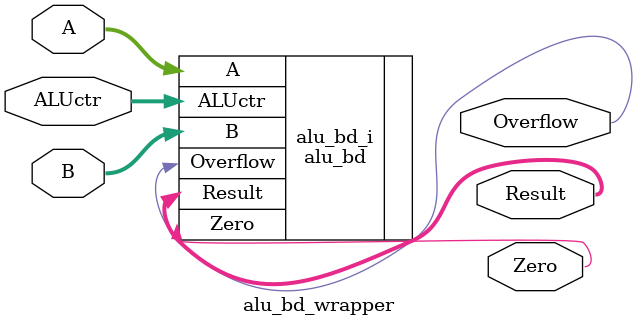
<source format=v>
`timescale 1 ps / 1 ps

module alu_bd_wrapper
   (A,
    ALUctr,
    B,
    Overflow,
    Result,
    Zero);
  input [31:0]A;
  input [3:0]ALUctr;
  input [31:0]B;
  output [0:0]Overflow;
  output [31:0]Result;
  output Zero;

  wire [31:0]A;
  wire [3:0]ALUctr;
  wire [31:0]B;
  wire [0:0]Overflow;
  wire [31:0]Result;
  wire Zero;

  alu_bd alu_bd_i
       (.A(A),
        .ALUctr(ALUctr),
        .B(B),
        .Overflow(Overflow),
        .Result(Result),
        .Zero(Zero));
endmodule

</source>
